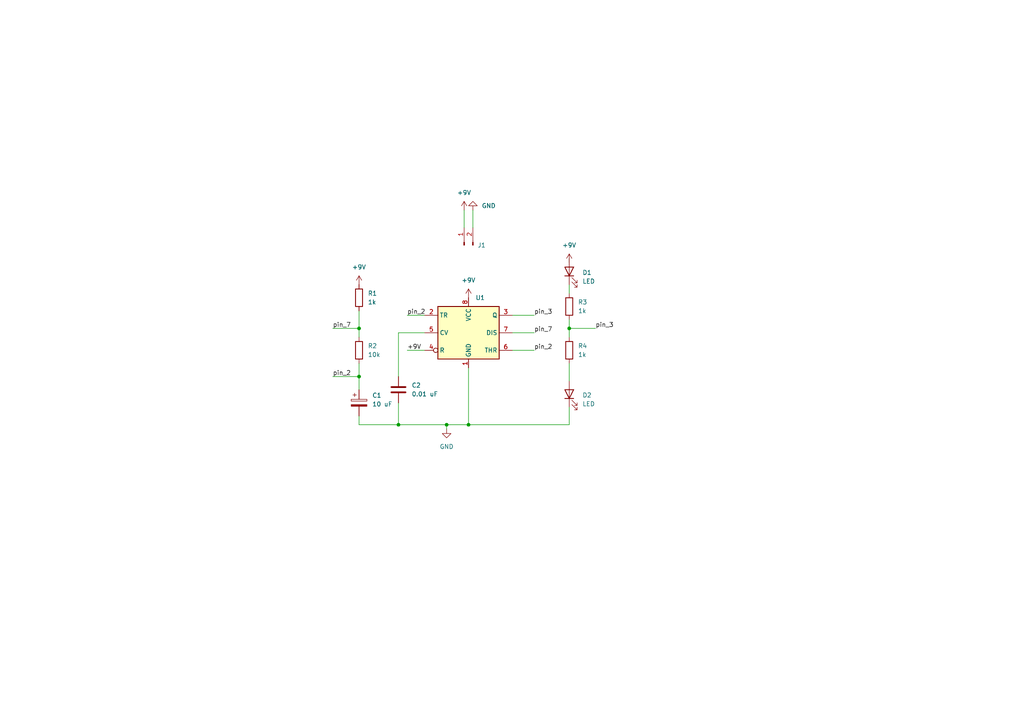
<source format=kicad_sch>
(kicad_sch (version 20211123) (generator eeschema)
  (paper "A4")
  (lib_symbols
    (symbol "Connector:Conn_01x02_Male" (pin_names (offset 1.016) hide)
      (property "Reference" "J" (at 0 2.54 0))
      (property "Value" "Conn_01x02_Male" (at 0 -5.08 0))
      (symbol "Conn_01x02_Male_1_1"
        (polyline (pts (xy 1.27 -2.54) (xy 0.8636 -2.54)) (stroke (width 0.1524)))
        (polyline (pts (xy 1.27 0) (xy 0.8636 0)) (stroke (width 0.1524)))
        (rectangle (start 0.8636 -2.413) (end 0 -2.667) (stroke (width 0.1524)) (fill (type outline)))
        (rectangle (start 0.8636 0.127) (end 0 -0.127) (stroke (width 0.1524)) (fill (type outline)))
        (pin passive line (at 5.08 0 180) (length 3.81) (name "Pin_1") (number "1"))
        (pin passive line (at 5.08 -2.54 180) (length 3.81) (name "Pin_2") (number "2"))
      )
    )
    (symbol "Device:C" (pin_numbers hide) (pin_names (offset 0.254))
      (property "Reference" "C" (at 0.635 2.54 0))
      (property "Value" "C" (at 0.635 -2.54 0))
      (symbol "C_0_1"
        (polyline (pts (xy -2.032 -0.762) (xy 2.032 -0.762)) (stroke (width 0.508)))
        (polyline (pts (xy -2.032 0.762) (xy 2.032 0.762)) (stroke (width 0.508)))
      )
      (symbol "C_1_1"
        (pin passive line (at 0 3.81 270) (length 2.794) (name "~") (number "1"))
        (pin passive line (at 0 -3.81 90) (length 2.794) (name "~") (number "2"))
      )
    )
    (symbol "Device:C_Polarized" (pin_numbers hide) (pin_names (offset 0.254))
      (property "Reference" "C" (at 0.635 2.54 0))
      (property "Value" "C_Polarized" (at 0.635 -2.54 0))
      (symbol "C_Polarized_0_1"
        (rectangle (start -2.286 0.508) (end 2.286 1.016))
        (polyline (pts (xy -1.778 2.286) (xy -0.762 2.286)))
        (polyline (pts (xy -1.27 2.794) (xy -1.27 1.778)))
        (rectangle (start 2.286 -0.508) (end -2.286 -1.016) (fill (type outline)))
      )
      (symbol "C_Polarized_1_1"
        (pin passive line (at 0 3.81 270) (length 2.794) (name "~") (number "1"))
        (pin passive line (at 0 -3.81 90) (length 2.794) (name "~") (number "2"))
      )
    )
    (symbol "Device:LED" (pin_numbers hide) (pin_names (offset 1.016) hide)
      (property "Reference" "D" (at 0 2.54 0))
      (property "Value" "LED" (at 0 -2.54 0))
      (symbol "LED_0_1"
        (polyline (pts (xy -1.27 -1.27) (xy -1.27 1.27)) (stroke (width 0.254)))
        (polyline (pts (xy -1.27 0) (xy 1.27 0)))
        (polyline (pts (xy 1.27 -1.27) (xy 1.27 1.27) (xy -1.27 0) (xy 1.27 -1.27)) (stroke (width 0.254)))
        (polyline (pts (xy -3.048 -0.762) (xy -4.572 -2.286) (xy -3.81 -2.286) (xy -4.572 -2.286) (xy -4.572 -1.524)))
        (polyline (pts (xy -1.778 -0.762) (xy -3.302 -2.286) (xy -2.54 -2.286) (xy -3.302 -2.286) (xy -3.302 -1.524)))
      )
      (symbol "LED_1_1"
        (pin passive line (at -3.81 0 0) (length 2.54) (name "K") (number "1"))
        (pin passive line (at 3.81 0 180) (length 2.54) (name "A") (number "2"))
      )
    )
    (symbol "Device:R" (pin_numbers hide) (pin_names (offset 0))
      (property "Reference" "R" (at 2.032 0 90))
      (property "Value" "R" (at 0 0 90))
      (symbol "R_0_1"
        (rectangle (start -1.016 -2.54) (end 1.016 2.54) (stroke (width 0.254)))
      )
      (symbol "R_1_1"
        (pin passive line (at 0 3.81 270) (length 1.27) (name "~") (number "1"))
        (pin passive line (at 0 -3.81 90) (length 1.27) (name "~") (number "2"))
      )
    )
    (symbol "Timer:NE555D"
      (property "Reference" "U" (at -10.16 8.89 0))
      (property "Value" "NE555D" (at 2.54 8.89 0))
      (symbol "NE555D_0_0"
        (pin power_in line (at 0 -10.16 90) (length 2.54) (name "GND") (number "1"))
        (pin power_in line (at 0 10.16 270) (length 2.54) (name "VCC") (number "8"))
      )
      (symbol "NE555D_0_1"
        (rectangle (start -8.89 -7.62) (end 8.89 7.62) (stroke (width 0.254)) (fill (type background)))
        (rectangle (start -8.89 -7.62) (end 8.89 7.62) (stroke (width 0.254)) (fill (type background)))
      )
      (symbol "NE555D_1_1"
        (pin input line (at -12.7 5.08 0) (length 3.81) (name "TR") (number "2"))
        (pin output line (at 12.7 5.08 180) (length 3.81) (name "Q") (number "3"))
        (pin input inverted (at -12.7 -5.08 0) (length 3.81) (name "R") (number "4"))
        (pin input line (at -12.7 0 0) (length 3.81) (name "CV") (number "5"))
        (pin input line (at 12.7 -5.08 180) (length 3.81) (name "THR") (number "6"))
        (pin input line (at 12.7 0 180) (length 3.81) (name "DIS") (number "7"))
      )
    )
    (symbol "power:+9V" (power) (pin_names (offset 0))
      (property "Value" "+9V" (at 0 3.556 0))
      (symbol "+9V_0_1"
        (polyline (pts (xy -0.762 1.27) (xy 0 2.54)))
        (polyline (pts (xy 0 0) (xy 0 2.54)))
        (polyline (pts (xy 0 2.54) (xy 0.762 1.27)))
      )
      (symbol "+9V_1_1"
        (pin power_in line (at 0 0 90) (length 0) hide (name "+9V") (number "1"))
      )
    )
    (symbol "power:GND" (power) (pin_names (offset 0))
      (property "Value" "GND" (at 0 -3.81 0))
      (symbol "GND_0_1"
        (polyline (pts (xy 0 0) (xy 0 -1.27) (xy 1.27 -1.27) (xy 0 -2.54) (xy -1.27 -1.27) (xy 0 -1.27)))
      )
      (symbol "GND_1_1"
        (pin power_in line (at 0 0 270) (length 0) hide (name "GND") (number "1"))
      )
    )
  )
  (junction (at 135.89 123.19))
  (junction (at 104.14 95.25))
  (junction (at 129.54 123.19))
  (junction (at 104.14 109.22))
  (junction (at 115.57 123.19))
  (junction (at 165.1 95.25))
  (wire (pts (xy 148.59 91.44) (xy 154.94 91.44)))
  (wire (pts (xy 137.16 60.96) (xy 137.16 66.04)))
  (wire (pts (xy 104.14 90.17) (xy 104.14 95.25)))
  (wire (pts (xy 115.57 96.52) (xy 115.57 109.22)))
  (wire (pts (xy 129.54 123.19) (xy 135.89 123.19)))
  (wire (pts (xy 134.62 60.96) (xy 134.62 66.04)))
  (wire (pts (xy 165.1 85.09) (xy 165.1 82.55)))
  (wire (pts (xy 165.1 74.93) (xy 165.1 76.2)))
  (wire (pts (xy 135.89 106.68) (xy 135.89 123.19)))
  (wire (pts (xy 104.14 109.22) (xy 96.52 109.22)))
  (wire (pts (xy 135.89 123.19) (xy 165.1 123.19)))
  (wire (pts (xy 104.14 123.19) (xy 104.14 120.65)))
  (wire (pts (xy 165.1 110.49) (xy 165.1 105.41)))
  (wire (pts (xy 165.1 95.25) (xy 165.1 92.71)))
  (wire (pts (xy 148.59 96.52) (xy 154.94 96.52)))
  (wire (pts (xy 104.14 113.03) (xy 104.14 109.22)))
  (wire (pts (xy 104.14 105.41) (xy 104.14 109.22)))
  (wire (pts (xy 165.1 95.25) (xy 172.72 95.25)))
  (wire (pts (xy 165.1 97.79) (xy 165.1 95.25)))
  (wire (pts (xy 129.54 123.19) (xy 129.54 124.46)))
  (wire (pts (xy 104.14 95.25) (xy 104.14 97.79)))
  (wire (pts (xy 118.11 101.6) (xy 123.19 101.6)))
  (wire (pts (xy 115.57 116.84) (xy 115.57 123.19)))
  (wire (pts (xy 115.57 123.19) (xy 104.14 123.19)))
  (wire (pts (xy 104.14 95.25) (xy 96.52 95.25)))
  (wire (pts (xy 123.19 96.52) (xy 115.57 96.52)))
  (wire (pts (xy 123.19 91.44) (xy 118.11 91.44)))
  (wire (pts (xy 115.57 123.19) (xy 129.54 123.19)))
  (wire (pts (xy 165.1 123.19) (xy 165.1 118.11)))
  (wire (pts (xy 148.59 101.6) (xy 154.94 101.6)))
  (label "pin_2" (at 154.94 101.6 0))
  (label "pin_2" (at 118.11 91.44 0))
  (label "pin_7" (at 96.52 95.25 0))
  (label "pin_7" (at 154.94 96.52 0))
  (label "pin_2" (at 96.52 109.22 0))
  (label "+9V" (at 118.11 101.6 0))
  (label "pin_3" (at 172.72 95.25 0))
  (label "pin_3" (at 154.94 91.44 0))
  (symbol (lib_id "power:+9V") (at 165.1 76.2 0) (unit 1)
    (property "Reference" "#PWR0103" (effects hide))
    (property "Value" "+9V" (at 165.1 71.12 0))
  )
  (symbol (lib_id "power:+9V") (at 134.62 60.96 0) (unit 1)
    (property "Reference" "#PWR0104" (effects hide))
    (property "Value" "+9V" (at 134.62 55.88 0))
  )
  (symbol (lib_id "Device:C") (at 115.57 113.03 0) (unit 1)
    (property "Reference" "C2" (at 119.38 111.7599 0) (effects (justify left)))
    (property "Value" "0.01 uF" (at 119.38 114.2999 0) (effects (justify left)))
    (property "Footprint" "Capacitor_SMD:C_0805_2012Metric_Pad1.18x1.45mm_HandSolder" (effects hide))
  )
  (symbol (lib_id "Device:R") (at 104.14 86.36 0) (unit 1)
    (property "Reference" "R1" (at 106.68 85.0899 0) (effects (justify left)))
    (property "Value" "1k" (at 106.68 87.6299 0) (effects (justify left)))
    (property "Footprint" "Resistor_SMD:R_0805_2012Metric_Pad1.20x1.40mm_HandSolder" (effects hide))
  )
  (symbol (lib_id "power:GND") (at 129.54 124.46 0) (unit 1)
    (property "Reference" "#PWR0101" (effects hide))
    (property "Value" "GND" (at 129.54 129.54 0))
  )
  (symbol (lib_id "Device:C_Polarized") (at 104.14 116.84 0) (unit 1)
    (property "Reference" "C1" (at 107.95 114.6809 0) (effects (justify left)))
    (property "Value" "10 uF" (at 107.95 117.2209 0) (effects (justify left)))
    (property "Footprint" "Capacitor_Tantalum_SMD:CP_EIA-3216-18_Kemet-A_Pad1.58x1.35mm_HandSolder" (effects hide))
  )
  (symbol (lib_id "Timer:NE555D") (at 135.89 96.52 0) (unit 1)
    (property "Reference" "U1" (at 137.9094 86.36 0) (effects (justify left)))
    (property "Value" "NE555D" (effects hide))
    (property "Footprint" "Package_SO:SOIC-8-1EP_3.9x4.9mm_P1.27mm_EP2.29x3mm" (effects hide))
    (property "Datasheet" "http://www.ti.com/lit/ds/symlink/ne555.pdf" (effects hide))
  )
  (symbol (lib_id "Device:LED") (at 165.1 114.3 90) (unit 1)
    (property "Reference" "D2" (at 168.91 114.6174 90) (effects (justify right)))
    (property "Value" "LED" (at 168.91 117.1574 90) (effects (justify right)))
    (property "Footprint" "LED_SMD:LED_1206_3216Metric_Pad1.42x1.75mm_HandSolder" (effects hide))
  )
  (symbol (lib_id "power:+9V") (at 104.14 82.55 0) (unit 1)
    (property "Reference" "#PWR0102" (effects hide))
    (property "Value" "+9V" (at 104.14 77.47 0))
  )
  (symbol (lib_id "power:+9V") (at 135.89 86.36 0) (unit 1)
    (property "Reference" "#PWR0105" (effects hide))
    (property "Value" "+9V" (at 135.89 81.28 0))
  )
  (symbol (lib_id "Connector:Conn_01x02_Male") (at 134.62 71.12 90) (unit 1)
    (property "Reference" "J1" (at 139.7 71.12 90))
    (property "Value" "Conn_01x02_Male" (effects hide))
    (property "Footprint" "TerminalBlock:TerminalBlock_bornier-2_P5.08mm" (effects hide))
  )
  (symbol (lib_id "Device:R") (at 104.14 101.6 0) (unit 1)
    (property "Reference" "R2" (at 106.68 100.3299 0) (effects (justify left)))
    (property "Value" "10k" (at 106.68 102.8699 0) (effects (justify left)))
    (property "Footprint" "Resistor_SMD:R_0805_2012Metric_Pad1.20x1.40mm_HandSolder" (effects hide))
  )
  (symbol (lib_id "Device:R") (at 165.1 88.9 0) (unit 1)
    (property "Reference" "R3" (at 167.64 87.6299 0) (effects (justify left)))
    (property "Value" "1k" (at 167.64 90.1699 0) (effects (justify left)))
    (property "Footprint" "Resistor_SMD:R_0805_2012Metric_Pad1.20x1.40mm_HandSolder" (effects hide))
  )
  (symbol (lib_id "power:GND") (at 137.16 60.96 180) (unit 1)
    (property "Reference" "#PWR0106" (effects hide))
    (property "Value" "GND" (at 139.7 59.6899 0) (effects (justify right)))
  )
  (symbol (lib_id "Device:LED") (at 165.1 78.74 90) (unit 1)
    (property "Reference" "D1" (at 168.91 79.0574 90) (effects (justify right)))
    (property "Value" "LED" (at 168.91 81.5974 90) (effects (justify right)))
    (property "Footprint" "LED_SMD:LED_1206_3216Metric_Pad1.42x1.75mm_HandSolder" (effects hide))
  )
  (symbol (lib_id "Device:R") (at 165.1 101.6 0) (unit 1)
    (property "Reference" "R4" (at 167.64 100.3299 0) (effects (justify left)))
    (property "Value" "1k" (at 167.64 102.8699 0) (effects (justify left)))
    (property "Footprint" "Resistor_SMD:R_0805_2012Metric_Pad1.20x1.40mm_HandSolder" (effects hide))
  )
)
</source>
